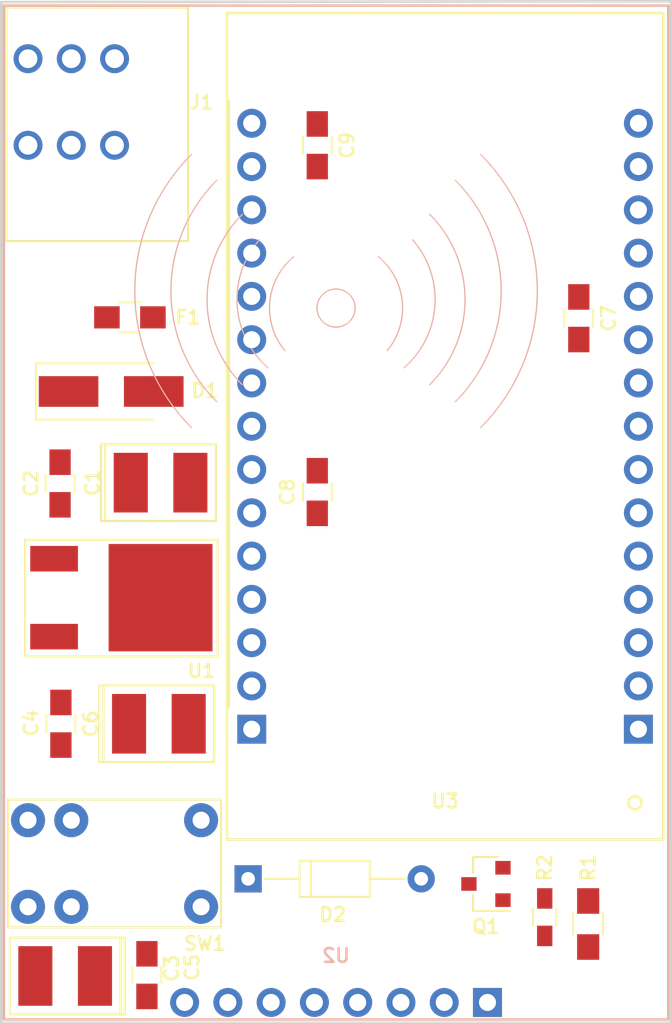
<source format=kicad_pcb>
(kicad_pcb (version 4) (host pcbnew 4.0.6)

  (general
    (links 51)
    (no_connects 51)
    (area 128.774999 74.924999 168.225001 135.025001)
    (thickness 1.6)
    (drawings 4)
    (tracks 0)
    (zones 0)
    (modules 20)
    (nets 34)
  )

  (page A4)
  (layers
    (0 F.Cu signal)
    (31 B.Cu signal)
    (32 B.Adhes user)
    (33 F.Adhes user)
    (34 B.Paste user)
    (35 F.Paste user)
    (36 B.SilkS user)
    (37 F.SilkS user)
    (38 B.Mask user)
    (39 F.Mask user)
    (40 Dwgs.User user)
    (41 Cmts.User user)
    (42 Eco1.User user)
    (43 Eco2.User user)
    (44 Edge.Cuts user)
    (45 Margin user)
    (46 B.CrtYd user)
    (47 F.CrtYd user)
    (48 B.Fab user)
    (49 F.Fab user hide)
  )

  (setup
    (last_trace_width 0.254)
    (user_trace_width 0.2032)
    (user_trace_width 0.254)
    (user_trace_width 0.381)
    (user_trace_width 0.508)
    (user_trace_width 7.62)
    (trace_clearance 0.2032)
    (zone_clearance 0.508)
    (zone_45_only no)
    (trace_min 0.2032)
    (segment_width 0.2)
    (edge_width 0.15)
    (via_size 0.6)
    (via_drill 0.4)
    (via_min_size 0.6)
    (via_min_drill 0.4)
    (uvia_size 0.3)
    (uvia_drill 0.1)
    (uvias_allowed no)
    (uvia_min_size 0.2)
    (uvia_min_drill 0.1)
    (pcb_text_width 0.3)
    (pcb_text_size 1.5 1.5)
    (mod_edge_width 0.15)
    (mod_text_size 0.8 0.8)
    (mod_text_width 0.15)
    (pad_size 1.524 1.524)
    (pad_drill 0.762)
    (pad_to_mask_clearance 0.2)
    (aux_axis_origin 0 0)
    (visible_elements 7FFFFFFF)
    (pcbplotparams
      (layerselection 0x00030_80000001)
      (usegerberextensions false)
      (excludeedgelayer true)
      (linewidth 0.100000)
      (plotframeref false)
      (viasonmask false)
      (mode 1)
      (useauxorigin false)
      (hpglpennumber 1)
      (hpglpenspeed 20)
      (hpglpendiameter 15)
      (hpglpenoverlay 2)
      (psnegative false)
      (psa4output false)
      (plotreference true)
      (plotvalue true)
      (plotinvisibletext false)
      (padsonsilk false)
      (subtractmaskfromsilk false)
      (outputformat 1)
      (mirror false)
      (drillshape 1)
      (scaleselection 1)
      (outputdirectory ""))
  )

  (net 0 "")
  (net 1 +12V)
  (net 2 GND)
  (net 3 +3V3)
  (net 4 "Net-(D1-Pad2)")
  (net 5 "Net-(D2-Pad2)")
  (net 6 "Net-(F1-Pad2)")
  (net 7 /relay)
  (net 8 "Net-(Q1-Pad1)")
  (net 9 /SDA)
  (net 10 /SCK)
  (net 11 /MOSI)
  (net 12 /MISO)
  (net 13 /RST)
  (net 14 /open/close)
  (net 15 "Net-(SW1-Pad1)")
  (net 16 "Net-(U2-Pad5)")
  (net 17 "Net-(U3-Pad28)")
  (net 18 "Net-(U3-Pad27)")
  (net 19 "Net-(U3-Pad20)")
  (net 20 "Net-(U3-Pad18)")
  (net 21 "Net-(U3-Pad16)")
  (net 22 "Net-(U3-Pad1)")
  (net 23 "Net-(U3-Pad2)")
  (net 24 "Net-(U3-Pad3)")
  (net 25 "Net-(U3-Pad4)")
  (net 26 "Net-(U3-Pad5)")
  (net 27 "Net-(U3-Pad6)")
  (net 28 "Net-(U3-Pad7)")
  (net 29 "Net-(U3-Pad8)")
  (net 30 "Net-(U3-Pad9)")
  (net 31 "Net-(U3-Pad12)")
  (net 32 "Net-(U3-Pad13)")
  (net 33 "Net-(U3-Pad15)")

  (net_class Default "To jest domyślna klasa połączeń."
    (clearance 0.2032)
    (trace_width 0.254)
    (via_dia 0.6)
    (via_drill 0.4)
    (uvia_dia 0.3)
    (uvia_drill 0.1)
    (add_net +12V)
    (add_net +3V3)
    (add_net /MISO)
    (add_net /MOSI)
    (add_net /RST)
    (add_net /SCK)
    (add_net /SDA)
    (add_net /open/close)
    (add_net /relay)
    (add_net GND)
    (add_net "Net-(D1-Pad2)")
    (add_net "Net-(D2-Pad2)")
    (add_net "Net-(F1-Pad2)")
    (add_net "Net-(Q1-Pad1)")
    (add_net "Net-(SW1-Pad1)")
    (add_net "Net-(U2-Pad5)")
    (add_net "Net-(U3-Pad1)")
    (add_net "Net-(U3-Pad12)")
    (add_net "Net-(U3-Pad13)")
    (add_net "Net-(U3-Pad15)")
    (add_net "Net-(U3-Pad16)")
    (add_net "Net-(U3-Pad18)")
    (add_net "Net-(U3-Pad2)")
    (add_net "Net-(U3-Pad20)")
    (add_net "Net-(U3-Pad27)")
    (add_net "Net-(U3-Pad28)")
    (add_net "Net-(U3-Pad3)")
    (add_net "Net-(U3-Pad4)")
    (add_net "Net-(U3-Pad5)")
    (add_net "Net-(U3-Pad6)")
    (add_net "Net-(U3-Pad7)")
    (add_net "Net-(U3-Pad8)")
    (add_net "Net-(U3-Pad9)")
  )

  (module MyRLC:C_1611 (layer F.Cu) (tedit 5A2078AC) (tstamp 5A43CA61)
    (at 138.2 103.25 90)
    (path /5A35361A)
    (fp_text reference C1 (at 0 -4 90) (layer F.SilkS)
      (effects (font (size 0.8 0.8) (thickness 0.15)))
    )
    (fp_text value 10uF/16V (at 0 4.75 90) (layer F.Fab)
      (effects (font (size 0.762 0.762) (thickness 0.127)))
    )
    (fp_line (start 2 -3) (end -2 -3) (layer F.CrtYd) (width 0.127))
    (fp_line (start 2 3) (end 2 -3) (layer F.CrtYd) (width 0.127))
    (fp_line (start -2 3) (end 2 3) (layer F.CrtYd) (width 0.127))
    (fp_line (start -2 -3) (end -2 3) (layer F.CrtYd) (width 0.127))
    (fp_line (start 2.25 -3.5) (end 2.25 -3.25) (layer F.SilkS) (width 0.127))
    (fp_line (start -2.25 -3.5) (end 2.25 -3.5) (layer F.SilkS) (width 0.127))
    (fp_line (start -2.25 -3.25) (end -2.25 -3.5) (layer F.SilkS) (width 0.127))
    (fp_line (start -2.25 3.25) (end -2.25 -3.25) (layer F.SilkS) (width 0.127))
    (fp_line (start 2.25 3.25) (end -2.25 3.25) (layer F.SilkS) (width 0.127))
    (fp_line (start 2.25 -3.25) (end 2.25 3.25) (layer F.SilkS) (width 0.127))
    (fp_line (start -2.25 -3.25) (end 2.25 -3.25) (layer F.SilkS) (width 0.127))
    (pad 1 smd rect (at 0 -1.75 90) (size 3.5 2) (layers F.Cu F.Paste F.Mask)
      (net 1 +12V))
    (pad 2 smd rect (at 0 1.75 90) (size 3.5 2) (layers F.Cu F.Paste F.Mask)
      (net 2 GND))
    (model My.3dshapes/C_1611.wrl
      (at (xyz 0 0 0))
      (scale (xyz 0.3937 0.3937 0.3937))
      (rotate (xyz 0 0 0))
    )
  )

  (module Capacitors_SMD:C_0805_HandSoldering (layer F.Cu) (tedit 58AA84A8) (tstamp 5A43CA67)
    (at 132.3 103.3 270)
    (descr "Capacitor SMD 0805, hand soldering")
    (tags "capacitor 0805")
    (path /5A3533CA)
    (attr smd)
    (fp_text reference C2 (at 0 1.7 270) (layer F.SilkS)
      (effects (font (size 0.8 0.8) (thickness 0.15)))
    )
    (fp_text value 100nF/50V (at 0 1.75 270) (layer F.Fab)
      (effects (font (size 1 1) (thickness 0.15)))
    )
    (fp_text user %R (at 3.2 -0.1 270) (layer F.Fab)
      (effects (font (size 1 1) (thickness 0.15)))
    )
    (fp_line (start -1 0.62) (end -1 -0.62) (layer F.Fab) (width 0.1))
    (fp_line (start 1 0.62) (end -1 0.62) (layer F.Fab) (width 0.1))
    (fp_line (start 1 -0.62) (end 1 0.62) (layer F.Fab) (width 0.1))
    (fp_line (start -1 -0.62) (end 1 -0.62) (layer F.Fab) (width 0.1))
    (fp_line (start 0.5 -0.85) (end -0.5 -0.85) (layer F.SilkS) (width 0.12))
    (fp_line (start -0.5 0.85) (end 0.5 0.85) (layer F.SilkS) (width 0.12))
    (fp_line (start -2.25 -0.88) (end 2.25 -0.88) (layer F.CrtYd) (width 0.05))
    (fp_line (start -2.25 -0.88) (end -2.25 0.87) (layer F.CrtYd) (width 0.05))
    (fp_line (start 2.25 0.87) (end 2.25 -0.88) (layer F.CrtYd) (width 0.05))
    (fp_line (start 2.25 0.87) (end -2.25 0.87) (layer F.CrtYd) (width 0.05))
    (pad 1 smd rect (at -1.25 0 270) (size 1.5 1.25) (layers F.Cu F.Paste F.Mask)
      (net 1 +12V))
    (pad 2 smd rect (at 1.25 0 270) (size 1.5 1.25) (layers F.Cu F.Paste F.Mask)
      (net 2 GND))
    (model Capacitors_SMD.3dshapes/C_0805.wrl
      (at (xyz 0 0 0))
      (scale (xyz 1 1 1))
      (rotate (xyz 0 0 0))
    )
  )

  (module MyRLC:C_1611 (layer F.Cu) (tedit 5A2078AC) (tstamp 5A43CA6D)
    (at 132.6 132.2 270)
    (path /5A41233B)
    (fp_text reference C3 (at -0.45 -6.25 270) (layer F.SilkS)
      (effects (font (size 0.8 0.8) (thickness 0.15)))
    )
    (fp_text value 10uF/16V (at 0 4.75 270) (layer F.Fab)
      (effects (font (size 0.762 0.762) (thickness 0.127)))
    )
    (fp_line (start 2 -3) (end -2 -3) (layer F.CrtYd) (width 0.127))
    (fp_line (start 2 3) (end 2 -3) (layer F.CrtYd) (width 0.127))
    (fp_line (start -2 3) (end 2 3) (layer F.CrtYd) (width 0.127))
    (fp_line (start -2 -3) (end -2 3) (layer F.CrtYd) (width 0.127))
    (fp_line (start 2.25 -3.5) (end 2.25 -3.25) (layer F.SilkS) (width 0.127))
    (fp_line (start -2.25 -3.5) (end 2.25 -3.5) (layer F.SilkS) (width 0.127))
    (fp_line (start -2.25 -3.25) (end -2.25 -3.5) (layer F.SilkS) (width 0.127))
    (fp_line (start -2.25 3.25) (end -2.25 -3.25) (layer F.SilkS) (width 0.127))
    (fp_line (start 2.25 3.25) (end -2.25 3.25) (layer F.SilkS) (width 0.127))
    (fp_line (start 2.25 -3.25) (end 2.25 3.25) (layer F.SilkS) (width 0.127))
    (fp_line (start -2.25 -3.25) (end 2.25 -3.25) (layer F.SilkS) (width 0.127))
    (pad 1 smd rect (at 0 -1.75 270) (size 3.5 2) (layers F.Cu F.Paste F.Mask)
      (net 3 +3V3))
    (pad 2 smd rect (at 0 1.75 270) (size 3.5 2) (layers F.Cu F.Paste F.Mask)
      (net 2 GND))
    (model My.3dshapes/C_1611.wrl
      (at (xyz 0 0 0))
      (scale (xyz 0.3937 0.3937 0.3937))
      (rotate (xyz 0 0 0))
    )
  )

  (module Capacitors_SMD:C_0805_HandSoldering (layer F.Cu) (tedit 58AA84A8) (tstamp 5A43CA73)
    (at 132.35 117.4 270)
    (descr "Capacitor SMD 0805, hand soldering")
    (tags "capacitor 0805")
    (path /5A353970)
    (attr smd)
    (fp_text reference C4 (at -0.05 1.75 270) (layer F.SilkS)
      (effects (font (size 0.8 0.8) (thickness 0.15)))
    )
    (fp_text value 100nF/50V (at 0 1.75 270) (layer F.Fab)
      (effects (font (size 1 1) (thickness 0.15)))
    )
    (fp_text user %R (at 0 -1.75 270) (layer F.Fab)
      (effects (font (size 1 1) (thickness 0.15)))
    )
    (fp_line (start -1 0.62) (end -1 -0.62) (layer F.Fab) (width 0.1))
    (fp_line (start 1 0.62) (end -1 0.62) (layer F.Fab) (width 0.1))
    (fp_line (start 1 -0.62) (end 1 0.62) (layer F.Fab) (width 0.1))
    (fp_line (start -1 -0.62) (end 1 -0.62) (layer F.Fab) (width 0.1))
    (fp_line (start 0.5 -0.85) (end -0.5 -0.85) (layer F.SilkS) (width 0.12))
    (fp_line (start -0.5 0.85) (end 0.5 0.85) (layer F.SilkS) (width 0.12))
    (fp_line (start -2.25 -0.88) (end 2.25 -0.88) (layer F.CrtYd) (width 0.05))
    (fp_line (start -2.25 -0.88) (end -2.25 0.87) (layer F.CrtYd) (width 0.05))
    (fp_line (start 2.25 0.87) (end 2.25 -0.88) (layer F.CrtYd) (width 0.05))
    (fp_line (start 2.25 0.87) (end -2.25 0.87) (layer F.CrtYd) (width 0.05))
    (pad 1 smd rect (at -1.25 0 270) (size 1.5 1.25) (layers F.Cu F.Paste F.Mask)
      (net 3 +3V3))
    (pad 2 smd rect (at 1.25 0 270) (size 1.5 1.25) (layers F.Cu F.Paste F.Mask)
      (net 2 GND))
    (model Capacitors_SMD.3dshapes/C_0805.wrl
      (at (xyz 0 0 0))
      (scale (xyz 1 1 1))
      (rotate (xyz 0 0 0))
    )
  )

  (module Capacitors_SMD:C_0805_HandSoldering (layer F.Cu) (tedit 58AA84A8) (tstamp 5A43CA79)
    (at 137.4 132.15 90)
    (descr "Capacitor SMD 0805, hand soldering")
    (tags "capacitor 0805")
    (path /5A4122E2)
    (attr smd)
    (fp_text reference C5 (at 0.45 2.65 90) (layer F.SilkS)
      (effects (font (size 0.8 0.8) (thickness 0.15)))
    )
    (fp_text value 100nF/50V (at 0 1.75 90) (layer F.Fab)
      (effects (font (size 1 1) (thickness 0.15)))
    )
    (fp_text user %R (at 0 -1.75 90) (layer F.Fab)
      (effects (font (size 1 1) (thickness 0.15)))
    )
    (fp_line (start -1 0.62) (end -1 -0.62) (layer F.Fab) (width 0.1))
    (fp_line (start 1 0.62) (end -1 0.62) (layer F.Fab) (width 0.1))
    (fp_line (start 1 -0.62) (end 1 0.62) (layer F.Fab) (width 0.1))
    (fp_line (start -1 -0.62) (end 1 -0.62) (layer F.Fab) (width 0.1))
    (fp_line (start 0.5 -0.85) (end -0.5 -0.85) (layer F.SilkS) (width 0.12))
    (fp_line (start -0.5 0.85) (end 0.5 0.85) (layer F.SilkS) (width 0.12))
    (fp_line (start -2.25 -0.88) (end 2.25 -0.88) (layer F.CrtYd) (width 0.05))
    (fp_line (start -2.25 -0.88) (end -2.25 0.87) (layer F.CrtYd) (width 0.05))
    (fp_line (start 2.25 0.87) (end 2.25 -0.88) (layer F.CrtYd) (width 0.05))
    (fp_line (start 2.25 0.87) (end -2.25 0.87) (layer F.CrtYd) (width 0.05))
    (pad 1 smd rect (at -1.25 0 90) (size 1.5 1.25) (layers F.Cu F.Paste F.Mask)
      (net 3 +3V3))
    (pad 2 smd rect (at 1.25 0 90) (size 1.5 1.25) (layers F.Cu F.Paste F.Mask)
      (net 2 GND))
    (model Capacitors_SMD.3dshapes/C_0805.wrl
      (at (xyz 0 0 0))
      (scale (xyz 1 1 1))
      (rotate (xyz 0 0 0))
    )
  )

  (module MyRLC:C_1611 (layer F.Cu) (tedit 5A2078AC) (tstamp 5A43CA7F)
    (at 138.1 117.4 90)
    (path /5A353CE7)
    (fp_text reference C6 (at 0 -4 90) (layer F.SilkS)
      (effects (font (size 0.8 0.8) (thickness 0.15)))
    )
    (fp_text value 10uF/16V (at 0 4.75 90) (layer F.Fab)
      (effects (font (size 0.762 0.762) (thickness 0.127)))
    )
    (fp_line (start 2 -3) (end -2 -3) (layer F.CrtYd) (width 0.127))
    (fp_line (start 2 3) (end 2 -3) (layer F.CrtYd) (width 0.127))
    (fp_line (start -2 3) (end 2 3) (layer F.CrtYd) (width 0.127))
    (fp_line (start -2 -3) (end -2 3) (layer F.CrtYd) (width 0.127))
    (fp_line (start 2.25 -3.5) (end 2.25 -3.25) (layer F.SilkS) (width 0.127))
    (fp_line (start -2.25 -3.5) (end 2.25 -3.5) (layer F.SilkS) (width 0.127))
    (fp_line (start -2.25 -3.25) (end -2.25 -3.5) (layer F.SilkS) (width 0.127))
    (fp_line (start -2.25 3.25) (end -2.25 -3.25) (layer F.SilkS) (width 0.127))
    (fp_line (start 2.25 3.25) (end -2.25 3.25) (layer F.SilkS) (width 0.127))
    (fp_line (start 2.25 -3.25) (end 2.25 3.25) (layer F.SilkS) (width 0.127))
    (fp_line (start -2.25 -3.25) (end 2.25 -3.25) (layer F.SilkS) (width 0.127))
    (pad 1 smd rect (at 0 -1.75 90) (size 3.5 2) (layers F.Cu F.Paste F.Mask)
      (net 3 +3V3))
    (pad 2 smd rect (at 0 1.75 90) (size 3.5 2) (layers F.Cu F.Paste F.Mask)
      (net 2 GND))
    (model My.3dshapes/C_1611.wrl
      (at (xyz 0 0 0))
      (scale (xyz 0.3937 0.3937 0.3937))
      (rotate (xyz 0 0 0))
    )
  )

  (module Capacitors_SMD:C_0805_HandSoldering (layer F.Cu) (tedit 58AA84A8) (tstamp 5A43CA85)
    (at 162.75 93.6 270)
    (descr "Capacitor SMD 0805, hand soldering")
    (tags "capacitor 0805")
    (path /5A414F7F)
    (attr smd)
    (fp_text reference C7 (at 0 -1.75 270) (layer F.SilkS)
      (effects (font (size 0.8 0.8) (thickness 0.15)))
    )
    (fp_text value 100nF/50V (at 0 1.75 270) (layer F.Fab)
      (effects (font (size 1 1) (thickness 0.15)))
    )
    (fp_text user %R (at 0 -1.75 270) (layer F.Fab)
      (effects (font (size 1 1) (thickness 0.15)))
    )
    (fp_line (start -1 0.62) (end -1 -0.62) (layer F.Fab) (width 0.1))
    (fp_line (start 1 0.62) (end -1 0.62) (layer F.Fab) (width 0.1))
    (fp_line (start 1 -0.62) (end 1 0.62) (layer F.Fab) (width 0.1))
    (fp_line (start -1 -0.62) (end 1 -0.62) (layer F.Fab) (width 0.1))
    (fp_line (start 0.5 -0.85) (end -0.5 -0.85) (layer F.SilkS) (width 0.12))
    (fp_line (start -0.5 0.85) (end 0.5 0.85) (layer F.SilkS) (width 0.12))
    (fp_line (start -2.25 -0.88) (end 2.25 -0.88) (layer F.CrtYd) (width 0.05))
    (fp_line (start -2.25 -0.88) (end -2.25 0.87) (layer F.CrtYd) (width 0.05))
    (fp_line (start 2.25 0.87) (end 2.25 -0.88) (layer F.CrtYd) (width 0.05))
    (fp_line (start 2.25 0.87) (end -2.25 0.87) (layer F.CrtYd) (width 0.05))
    (pad 1 smd rect (at -1.25 0 270) (size 1.5 1.25) (layers F.Cu F.Paste F.Mask)
      (net 3 +3V3))
    (pad 2 smd rect (at 1.25 0 270) (size 1.5 1.25) (layers F.Cu F.Paste F.Mask)
      (net 2 GND))
    (model Capacitors_SMD.3dshapes/C_0805.wrl
      (at (xyz 0 0 0))
      (scale (xyz 1 1 1))
      (rotate (xyz 0 0 0))
    )
  )

  (module Capacitors_SMD:C_0805_HandSoldering (layer F.Cu) (tedit 58AA84A8) (tstamp 5A43CA8B)
    (at 147.4 103.8 90)
    (descr "Capacitor SMD 0805, hand soldering")
    (tags "capacitor 0805")
    (path /5A414058)
    (attr smd)
    (fp_text reference C8 (at 0 -1.75 90) (layer F.SilkS)
      (effects (font (size 0.8 0.8) (thickness 0.15)))
    )
    (fp_text value 100nF/50V (at 0 1.75 90) (layer F.Fab)
      (effects (font (size 1 1) (thickness 0.15)))
    )
    (fp_text user %R (at 0 -1.75 90) (layer F.Fab)
      (effects (font (size 1 1) (thickness 0.15)))
    )
    (fp_line (start -1 0.62) (end -1 -0.62) (layer F.Fab) (width 0.1))
    (fp_line (start 1 0.62) (end -1 0.62) (layer F.Fab) (width 0.1))
    (fp_line (start 1 -0.62) (end 1 0.62) (layer F.Fab) (width 0.1))
    (fp_line (start -1 -0.62) (end 1 -0.62) (layer F.Fab) (width 0.1))
    (fp_line (start 0.5 -0.85) (end -0.5 -0.85) (layer F.SilkS) (width 0.12))
    (fp_line (start -0.5 0.85) (end 0.5 0.85) (layer F.SilkS) (width 0.12))
    (fp_line (start -2.25 -0.88) (end 2.25 -0.88) (layer F.CrtYd) (width 0.05))
    (fp_line (start -2.25 -0.88) (end -2.25 0.87) (layer F.CrtYd) (width 0.05))
    (fp_line (start 2.25 0.87) (end 2.25 -0.88) (layer F.CrtYd) (width 0.05))
    (fp_line (start 2.25 0.87) (end -2.25 0.87) (layer F.CrtYd) (width 0.05))
    (pad 1 smd rect (at -1.25 0 90) (size 1.5 1.25) (layers F.Cu F.Paste F.Mask)
      (net 3 +3V3))
    (pad 2 smd rect (at 1.25 0 90) (size 1.5 1.25) (layers F.Cu F.Paste F.Mask)
      (net 2 GND))
    (model Capacitors_SMD.3dshapes/C_0805.wrl
      (at (xyz 0 0 0))
      (scale (xyz 1 1 1))
      (rotate (xyz 0 0 0))
    )
  )

  (module Capacitors_SMD:C_0805_HandSoldering (layer F.Cu) (tedit 58AA84A8) (tstamp 5A43CA91)
    (at 147.4 83.45 270)
    (descr "Capacitor SMD 0805, hand soldering")
    (tags "capacitor 0805")
    (path /5A4140BC)
    (attr smd)
    (fp_text reference C9 (at 0 -1.75 270) (layer F.SilkS)
      (effects (font (size 0.8 0.8) (thickness 0.15)))
    )
    (fp_text value 100nF/50V (at 0 1.75 270) (layer F.Fab)
      (effects (font (size 1 1) (thickness 0.15)))
    )
    (fp_text user %R (at 0 -1.75 270) (layer F.Fab)
      (effects (font (size 1 1) (thickness 0.15)))
    )
    (fp_line (start -1 0.62) (end -1 -0.62) (layer F.Fab) (width 0.1))
    (fp_line (start 1 0.62) (end -1 0.62) (layer F.Fab) (width 0.1))
    (fp_line (start 1 -0.62) (end 1 0.62) (layer F.Fab) (width 0.1))
    (fp_line (start -1 -0.62) (end 1 -0.62) (layer F.Fab) (width 0.1))
    (fp_line (start 0.5 -0.85) (end -0.5 -0.85) (layer F.SilkS) (width 0.12))
    (fp_line (start -0.5 0.85) (end 0.5 0.85) (layer F.SilkS) (width 0.12))
    (fp_line (start -2.25 -0.88) (end 2.25 -0.88) (layer F.CrtYd) (width 0.05))
    (fp_line (start -2.25 -0.88) (end -2.25 0.87) (layer F.CrtYd) (width 0.05))
    (fp_line (start 2.25 0.87) (end 2.25 -0.88) (layer F.CrtYd) (width 0.05))
    (fp_line (start 2.25 0.87) (end -2.25 0.87) (layer F.CrtYd) (width 0.05))
    (pad 1 smd rect (at -1.25 0 270) (size 1.5 1.25) (layers F.Cu F.Paste F.Mask)
      (net 3 +3V3))
    (pad 2 smd rect (at 1.25 0 270) (size 1.5 1.25) (layers F.Cu F.Paste F.Mask)
      (net 2 GND))
    (model Capacitors_SMD.3dshapes/C_0805.wrl
      (at (xyz 0 0 0))
      (scale (xyz 1 1 1))
      (rotate (xyz 0 0 0))
    )
  )

  (module Diodes_THT:D_DO-35_SOD27_P10.16mm_Horizontal (layer F.Cu) (tedit 5921392E) (tstamp 5A43CA9D)
    (at 143.34 126.5)
    (descr "D, DO-35_SOD27 series, Axial, Horizontal, pin pitch=10.16mm, , length*diameter=4*2mm^2, , http://www.diodes.com/_files/packages/DO-35.pdf")
    (tags "D DO-35_SOD27 series Axial Horizontal pin pitch 10.16mm  length 4mm diameter 2mm")
    (path /5A240DF6)
    (fp_text reference D2 (at 4.96 2.1) (layer F.SilkS)
      (effects (font (size 0.8 0.8) (thickness 0.15)))
    )
    (fp_text value 1n4148 (at 5.08 2.06) (layer F.Fab)
      (effects (font (size 1 1) (thickness 0.15)))
    )
    (fp_text user %R (at 5.08 0) (layer F.Fab)
      (effects (font (size 1 1) (thickness 0.15)))
    )
    (fp_line (start 3.08 -1) (end 3.08 1) (layer F.Fab) (width 0.1))
    (fp_line (start 3.08 1) (end 7.08 1) (layer F.Fab) (width 0.1))
    (fp_line (start 7.08 1) (end 7.08 -1) (layer F.Fab) (width 0.1))
    (fp_line (start 7.08 -1) (end 3.08 -1) (layer F.Fab) (width 0.1))
    (fp_line (start 0 0) (end 3.08 0) (layer F.Fab) (width 0.1))
    (fp_line (start 10.16 0) (end 7.08 0) (layer F.Fab) (width 0.1))
    (fp_line (start 3.68 -1) (end 3.68 1) (layer F.Fab) (width 0.1))
    (fp_line (start 3.02 -1.06) (end 3.02 1.06) (layer F.SilkS) (width 0.12))
    (fp_line (start 3.02 1.06) (end 7.14 1.06) (layer F.SilkS) (width 0.12))
    (fp_line (start 7.14 1.06) (end 7.14 -1.06) (layer F.SilkS) (width 0.12))
    (fp_line (start 7.14 -1.06) (end 3.02 -1.06) (layer F.SilkS) (width 0.12))
    (fp_line (start 0.98 0) (end 3.02 0) (layer F.SilkS) (width 0.12))
    (fp_line (start 9.18 0) (end 7.14 0) (layer F.SilkS) (width 0.12))
    (fp_line (start 3.68 -1.06) (end 3.68 1.06) (layer F.SilkS) (width 0.12))
    (fp_line (start -1.05 -1.35) (end -1.05 1.35) (layer F.CrtYd) (width 0.05))
    (fp_line (start -1.05 1.35) (end 11.25 1.35) (layer F.CrtYd) (width 0.05))
    (fp_line (start 11.25 1.35) (end 11.25 -1.35) (layer F.CrtYd) (width 0.05))
    (fp_line (start 11.25 -1.35) (end -1.05 -1.35) (layer F.CrtYd) (width 0.05))
    (pad 1 thru_hole rect (at 0 0) (size 1.6 1.6) (drill 0.8) (layers *.Cu *.Mask)
      (net 1 +12V))
    (pad 2 thru_hole oval (at 10.16 0) (size 1.6 1.6) (drill 0.8) (layers *.Cu *.Mask)
      (net 5 "Net-(D2-Pad2)"))
    (model Diodes_ThroughHole.3dshapes/D_DO-35_SOD27_P10.16mm_Horizontal.wrl
      (at (xyz 0 0 0))
      (scale (xyz 0.3937 0.3937 0.3937))
      (rotate (xyz 0 0 0))
    )
  )

  (module Resistors_SMD:R_0805_HandSoldering (layer F.Cu) (tedit 58E0A804) (tstamp 5A43CAA3)
    (at 136.4 93.55 180)
    (descr "Resistor SMD 0805, hand soldering")
    (tags "resistor 0805")
    (path /5A207FFE)
    (attr smd)
    (fp_text reference F1 (at -3.4 0 180) (layer F.SilkS)
      (effects (font (size 0.8 0.8) (thickness 0.15)))
    )
    (fp_text value 2A (at 0 1.75 180) (layer F.Fab)
      (effects (font (size 1 1) (thickness 0.15)))
    )
    (fp_text user %R (at 0 0 180) (layer F.Fab)
      (effects (font (size 0.5 0.5) (thickness 0.075)))
    )
    (fp_line (start -1 0.62) (end -1 -0.62) (layer F.Fab) (width 0.1))
    (fp_line (start 1 0.62) (end -1 0.62) (layer F.Fab) (width 0.1))
    (fp_line (start 1 -0.62) (end 1 0.62) (layer F.Fab) (width 0.1))
    (fp_line (start -1 -0.62) (end 1 -0.62) (layer F.Fab) (width 0.1))
    (fp_line (start 0.6 0.88) (end -0.6 0.88) (layer F.SilkS) (width 0.12))
    (fp_line (start -0.6 -0.88) (end 0.6 -0.88) (layer F.SilkS) (width 0.12))
    (fp_line (start -2.35 -0.9) (end 2.35 -0.9) (layer F.CrtYd) (width 0.05))
    (fp_line (start -2.35 -0.9) (end -2.35 0.9) (layer F.CrtYd) (width 0.05))
    (fp_line (start 2.35 0.9) (end 2.35 -0.9) (layer F.CrtYd) (width 0.05))
    (fp_line (start 2.35 0.9) (end -2.35 0.9) (layer F.CrtYd) (width 0.05))
    (pad 1 smd rect (at -1.35 0 180) (size 1.5 1.3) (layers F.Cu F.Paste F.Mask)
      (net 4 "Net-(D1-Pad2)"))
    (pad 2 smd rect (at 1.35 0 180) (size 1.5 1.3) (layers F.Cu F.Paste F.Mask)
      (net 6 "Net-(F1-Pad2)"))
    (model ${KISYS3DMOD}/Resistors_SMD.3dshapes/R_0805.wrl
      (at (xyz 0 0 0))
      (scale (xyz 1 1 1))
      (rotate (xyz 0 0 0))
    )
  )

  (module MyConnectors:KF141R-2.54-3P (layer F.Cu) (tedit 5A2B11AA) (tstamp 5A43CAAD)
    (at 132.96 80.91)
    (path /5A2B11E3)
    (fp_text reference J1 (at 7.64 0.02) (layer F.SilkS)
      (effects (font (size 0.8 0.8) (thickness 0.15)))
    )
    (fp_text value CONN_01X03 (at -4.7 0 90) (layer F.Fab)
      (effects (font (size 0.762 0.762) (thickness 0.127)))
    )
    (fp_line (start 6.45 8.275) (end 6.95 8.275) (layer B.CrtYd) (width 0.1))
    (fp_line (start 6.45 8.275) (end 6.95 8.275) (layer F.CrtYd) (width 0.1))
    (fp_line (start 6.45 -5.65) (end 6.95 -5.65) (layer F.CrtYd) (width 0.1))
    (fp_line (start 6.45 -5.65) (end 6.95 -5.65) (layer B.CrtYd) (width 0.1))
    (fp_line (start 6.45 -5.65) (end 5.175 -5.65) (layer F.CrtYd) (width 0.1))
    (fp_line (start 6.95 8.275) (end 6.95 -5.65) (layer F.CrtYd) (width 0.1))
    (fp_line (start 5.2 8.275) (end 6.45 8.275) (layer F.CrtYd) (width 0.1))
    (fp_line (start 6.45 8.275) (end 5.2 8.275) (layer B.CrtYd) (width 0.1))
    (fp_line (start 6.95 -5.65) (end 6.95 8.275) (layer B.CrtYd) (width 0.1))
    (fp_line (start 5.2 -5.65) (end 6.45 -5.65) (layer B.CrtYd) (width 0.1))
    (fp_line (start 5.2 -5.65) (end -3.925 -5.65) (layer B.CrtYd) (width 0.1))
    (fp_line (start -3.925 8.275) (end 5.2 8.275) (layer B.CrtYd) (width 0.1))
    (fp_line (start -3.925 -5.65) (end -3.925 8.275) (layer B.CrtYd) (width 0.1))
    (fp_line (start 5.2 -5.65) (end -3.925 -5.65) (layer F.CrtYd) (width 0.1))
    (fp_line (start -3.925 8.275) (end 5.2 8.275) (layer F.CrtYd) (width 0.1))
    (fp_line (start -3.925 8.25) (end -3.925 8.275) (layer F.CrtYd) (width 0.1))
    (fp_line (start -3.925 -5.65) (end -3.925 8.25) (layer F.CrtYd) (width 0.1))
    (fp_line (start -3.81 -5.54) (end -3.81 8.16) (layer F.SilkS) (width 0.127))
    (fp_line (start -3.81 8.16) (end 6.85 8.16) (layer F.SilkS) (width 0.127))
    (fp_line (start -3.81 -5.54) (end 6.85 -5.54) (layer F.SilkS) (width 0.127))
    (fp_line (start 6.85 -5.54) (end 6.85 8.16) (layer F.SilkS) (width 0.127))
    (pad 1 thru_hole circle (at 2.54 2.54) (size 1.7 1.7) (drill 1.1) (layers *.Cu *.Mask)
      (net 7 /relay))
    (pad 2 thru_hole circle (at 0 2.54) (size 1.7 1.7) (drill 1.1) (layers *.Cu *.Mask)
      (net 6 "Net-(F1-Pad2)"))
    (pad 3 thru_hole circle (at -2.54 2.54) (size 1.7 1.7) (drill 1.1) (layers *.Cu *.Mask)
      (net 2 GND))
    (pad 2 thru_hole circle (at 0 -2.54) (size 1.7 1.7) (drill 1.1) (layers *.Cu *.Mask)
      (net 6 "Net-(F1-Pad2)"))
    (pad 1 thru_hole circle (at 2.54 -2.54) (size 1.7 1.7) (drill 1.1) (layers *.Cu *.Mask)
      (net 7 /relay))
    (pad 3 thru_hole circle (at -2.54 -2.54) (size 1.7 1.7) (drill 1.1) (layers *.Cu *.Mask)
      (net 2 GND))
    (model My.3dshapes/DG141R-3-2.54.wrl
      (at (xyz 0 0 0))
      (scale (xyz 0.3937 0.3937 0.3937))
      (rotate (xyz 0 0 0))
    )
  )

  (module TO_SOT_Packages_SMD:SOT-23 (layer F.Cu) (tedit 58CE4E7E) (tstamp 5A43CAB4)
    (at 157.3 126.8 180)
    (descr "SOT-23, Standard")
    (tags SOT-23)
    (path /5A2083FA)
    (attr smd)
    (fp_text reference Q1 (at 0 -2.5 180) (layer F.SilkS)
      (effects (font (size 0.8 0.8) (thickness 0.15)))
    )
    (fp_text value SI2300DS (at 0 2.5 180) (layer F.Fab)
      (effects (font (size 1 1) (thickness 0.15)))
    )
    (fp_text user %R (at 0 0 270) (layer F.Fab)
      (effects (font (size 0.5 0.5) (thickness 0.075)))
    )
    (fp_line (start -0.7 -0.95) (end -0.7 1.5) (layer F.Fab) (width 0.1))
    (fp_line (start -0.15 -1.52) (end 0.7 -1.52) (layer F.Fab) (width 0.1))
    (fp_line (start -0.7 -0.95) (end -0.15 -1.52) (layer F.Fab) (width 0.1))
    (fp_line (start 0.7 -1.52) (end 0.7 1.52) (layer F.Fab) (width 0.1))
    (fp_line (start -0.7 1.52) (end 0.7 1.52) (layer F.Fab) (width 0.1))
    (fp_line (start 0.76 1.58) (end 0.76 0.65) (layer F.SilkS) (width 0.12))
    (fp_line (start 0.76 -1.58) (end 0.76 -0.65) (layer F.SilkS) (width 0.12))
    (fp_line (start -1.7 -1.75) (end 1.7 -1.75) (layer F.CrtYd) (width 0.05))
    (fp_line (start 1.7 -1.75) (end 1.7 1.75) (layer F.CrtYd) (width 0.05))
    (fp_line (start 1.7 1.75) (end -1.7 1.75) (layer F.CrtYd) (width 0.05))
    (fp_line (start -1.7 1.75) (end -1.7 -1.75) (layer F.CrtYd) (width 0.05))
    (fp_line (start 0.76 -1.58) (end -1.4 -1.58) (layer F.SilkS) (width 0.12))
    (fp_line (start 0.76 1.58) (end -0.7 1.58) (layer F.SilkS) (width 0.12))
    (pad 1 smd rect (at -1 -0.95 180) (size 0.9 0.8) (layers F.Cu F.Paste F.Mask)
      (net 8 "Net-(Q1-Pad1)"))
    (pad 2 smd rect (at -1 0.95 180) (size 0.9 0.8) (layers F.Cu F.Paste F.Mask)
      (net 2 GND))
    (pad 3 smd rect (at 1 0 180) (size 0.9 0.8) (layers F.Cu F.Paste F.Mask)
      (net 5 "Net-(D2-Pad2)"))
    (model ${KISYS3DMOD}/TO_SOT_Packages_SMD.3dshapes/SOT-23.wrl
      (at (xyz 0 0 0))
      (scale (xyz 1 1 1))
      (rotate (xyz 0 0 90))
    )
  )

  (module Resistors_SMD:R_0805_HandSoldering (layer F.Cu) (tedit 58E0A804) (tstamp 5A43CABA)
    (at 163.3 129.15 270)
    (descr "Resistor SMD 0805, hand soldering")
    (tags "resistor 0805")
    (path /5A357523)
    (attr smd)
    (fp_text reference R1 (at -3.3 0 270) (layer F.SilkS)
      (effects (font (size 0.8 0.8) (thickness 0.15)))
    )
    (fp_text value 330K (at 0 1.75 270) (layer F.Fab)
      (effects (font (size 1 1) (thickness 0.15)))
    )
    (fp_text user %R (at 0 0 270) (layer F.Fab)
      (effects (font (size 0.5 0.5) (thickness 0.075)))
    )
    (fp_line (start -1 0.62) (end -1 -0.62) (layer F.Fab) (width 0.1))
    (fp_line (start 1 0.62) (end -1 0.62) (layer F.Fab) (width 0.1))
    (fp_line (start 1 -0.62) (end 1 0.62) (layer F.Fab) (width 0.1))
    (fp_line (start -1 -0.62) (end 1 -0.62) (layer F.Fab) (width 0.1))
    (fp_line (start 0.6 0.88) (end -0.6 0.88) (layer F.SilkS) (width 0.12))
    (fp_line (start -0.6 -0.88) (end 0.6 -0.88) (layer F.SilkS) (width 0.12))
    (fp_line (start -2.35 -0.9) (end 2.35 -0.9) (layer F.CrtYd) (width 0.05))
    (fp_line (start -2.35 -0.9) (end -2.35 0.9) (layer F.CrtYd) (width 0.05))
    (fp_line (start 2.35 0.9) (end 2.35 -0.9) (layer F.CrtYd) (width 0.05))
    (fp_line (start 2.35 0.9) (end -2.35 0.9) (layer F.CrtYd) (width 0.05))
    (pad 1 smd rect (at -1.35 0 270) (size 1.5 1.3) (layers F.Cu F.Paste F.Mask)
      (net 8 "Net-(Q1-Pad1)"))
    (pad 2 smd rect (at 1.35 0 270) (size 1.5 1.3) (layers F.Cu F.Paste F.Mask)
      (net 2 GND))
    (model ${KISYS3DMOD}/Resistors_SMD.3dshapes/R_0805.wrl
      (at (xyz 0 0 0))
      (scale (xyz 1 1 1))
      (rotate (xyz 0 0 0))
    )
  )

  (module Resistors_SMD:R_0603_HandSoldering (layer F.Cu) (tedit 58E0A804) (tstamp 5A43CAC0)
    (at 160.75 128.75 90)
    (descr "Resistor SMD 0603, hand soldering")
    (tags "resistor 0603")
    (path /5A35759F)
    (attr smd)
    (fp_text reference R2 (at 2.9 0 90) (layer F.SilkS)
      (effects (font (size 0.8 0.8) (thickness 0.15)))
    )
    (fp_text value 22R (at 0 1.55 90) (layer F.Fab)
      (effects (font (size 1 1) (thickness 0.15)))
    )
    (fp_text user %R (at 0 0 90) (layer F.Fab)
      (effects (font (size 0.4 0.4) (thickness 0.075)))
    )
    (fp_line (start -0.8 0.4) (end -0.8 -0.4) (layer F.Fab) (width 0.1))
    (fp_line (start 0.8 0.4) (end -0.8 0.4) (layer F.Fab) (width 0.1))
    (fp_line (start 0.8 -0.4) (end 0.8 0.4) (layer F.Fab) (width 0.1))
    (fp_line (start -0.8 -0.4) (end 0.8 -0.4) (layer F.Fab) (width 0.1))
    (fp_line (start 0.5 0.68) (end -0.5 0.68) (layer F.SilkS) (width 0.12))
    (fp_line (start -0.5 -0.68) (end 0.5 -0.68) (layer F.SilkS) (width 0.12))
    (fp_line (start -1.96 -0.7) (end 1.95 -0.7) (layer F.CrtYd) (width 0.05))
    (fp_line (start -1.96 -0.7) (end -1.96 0.7) (layer F.CrtYd) (width 0.05))
    (fp_line (start 1.95 0.7) (end 1.95 -0.7) (layer F.CrtYd) (width 0.05))
    (fp_line (start 1.95 0.7) (end -1.96 0.7) (layer F.CrtYd) (width 0.05))
    (pad 1 smd rect (at -1.1 0 90) (size 1.2 0.9) (layers F.Cu F.Paste F.Mask)
      (net 8 "Net-(Q1-Pad1)"))
    (pad 2 smd rect (at 1.1 0 90) (size 1.2 0.9) (layers F.Cu F.Paste F.Mask)
      (net 14 /open/close))
    (model ${KISYS3DMOD}/Resistors_SMD.3dshapes/R_0603.wrl
      (at (xyz 0 0 0))
      (scale (xyz 1 1 1))
      (rotate (xyz 0 0 0))
    )
  )

  (module MyRelays:TSC-1XXX (layer F.Cu) (tedit 5A119256) (tstamp 5A43CACA)
    (at 135.5 125.6 90)
    (path /5A11942C)
    (fp_text reference SW1 (at -4.7 5.3 360) (layer F.SilkS)
      (effects (font (size 0.8 0.8) (thickness 0.15)))
    )
    (fp_text value TSC_RELAY (at 0 6.9 90) (layer F.Fab)
      (effects (font (size 0.762 0.762) (thickness 0.127)))
    )
    (fp_line (start -3.8 6.35) (end 3.85 6.35) (layer F.CrtYd) (width 0.127))
    (fp_line (start 3.85 6.35) (end 3.85 -6.35) (layer F.CrtYd) (width 0.127))
    (fp_line (start -3.85 6.35) (end -3.85 -6.35) (layer B.CrtYd) (width 0.127))
    (fp_line (start 3.85 -6.35) (end -3.85 -6.35) (layer B.CrtYd) (width 0.127))
    (fp_line (start -3.8 6.35) (end -3.85 6.35) (layer F.CrtYd) (width 0.127))
    (fp_line (start -3.85 6.35) (end -3.85 -6.35) (layer F.CrtYd) (width 0.127))
    (fp_line (start -3.8 6.35) (end 3.85 6.35) (layer B.CrtYd) (width 0.127))
    (fp_line (start 3.85 6.35) (end 3.85 -6.35) (layer B.CrtYd) (width 0.127))
    (fp_line (start 3.85 -6.35) (end -3.85 -6.35) (layer F.CrtYd) (width 0.127))
    (fp_line (start -3.75 6.25) (end -3.75 -6.25) (layer F.SilkS) (width 0.127))
    (fp_line (start 3.75 -6.25) (end 3.75 6.25) (layer F.SilkS) (width 0.127))
    (fp_line (start -3.75 6.25) (end 3.75 6.25) (layer F.SilkS) (width 0.127))
    (fp_line (start -3.75 -6.25) (end 3.75 -6.25) (layer F.SilkS) (width 0.127))
    (fp_text user REF** (at 0 0 90) (layer F.Fab)
      (effects (font (size 0.762 0.762) (thickness 0.127)))
    )
    (pad 1 thru_hole circle (at -2.54 -5.08 90) (size 2 2) (drill 1) (layers *.Cu *.Mask)
      (net 15 "Net-(SW1-Pad1)"))
    (pad 2 thru_hole circle (at 2.54 -5.08 90) (size 2 2) (drill 1) (layers *.Cu *.Mask)
      (net 7 /relay))
    (pad 3 thru_hole circle (at -2.54 -2.54 90) (size 2 2) (drill 1) (layers *.Cu *.Mask)
      (net 1 +12V))
    (pad 4 thru_hole circle (at 2.54 -2.54 90) (size 2 2) (drill 1) (layers *.Cu *.Mask)
      (net 5 "Net-(D2-Pad2)"))
    (pad 5 thru_hole circle (at -2.54 5.08 90) (size 2 2) (drill 1) (layers *.Cu *.Mask)
      (net 2 GND))
    (pad 6 thru_hole circle (at 2.54 5.08 90) (size 2 2) (drill 1) (layers *.Cu *.Mask)
      (net 2 GND))
    (model My.3dshapes/TSC-112L3H.wrl
      (at (xyz 0 0 0))
      (scale (xyz 0.3937 0.3937 0.3937))
      (rotate (xyz 0 0 0))
    )
  )

  (module MyLDOs:DPAK (layer F.Cu) (tedit 5A11A670) (tstamp 5A43CAD1)
    (at 135.9 110 270)
    (path /5A11A970)
    (fp_text reference U1 (at 4.3 -4.7 360) (layer F.SilkS)
      (effects (font (size 0.8 0.8) (thickness 0.15)))
    )
    (fp_text value LDF33DT-TR (at 0 6.35 270) (layer F.Fab)
      (effects (font (size 0.762 0.762) (thickness 0.127)))
    )
    (fp_line (start -3.5 -5.75) (end -3.5 5.75) (layer F.CrtYd) (width 0.127))
    (fp_line (start -3.5 5.75) (end 3.55 5.75) (layer F.CrtYd) (width 0.127))
    (fp_line (start 3.55 5.75) (end 3.55 -5.75) (layer F.CrtYd) (width 0.127))
    (fp_line (start 3.55 -5.75) (end -3.5 -5.75) (layer F.CrtYd) (width 0.127))
    (fp_line (start -3.4 -5.5) (end -3.4 -5.65) (layer F.SilkS) (width 0.127))
    (fp_line (start -3.4 -5.5) (end -3.4 -5.45) (layer F.SilkS) (width 0.127))
    (fp_line (start 3.45 -5.5) (end 3.45 -5.65) (layer F.SilkS) (width 0.127))
    (fp_line (start 3.45 -5.65) (end -3.4 -5.65) (layer F.SilkS) (width 0.127))
    (fp_line (start -3.4 -5.5) (end -3.4 5.65) (layer F.SilkS) (width 0.127))
    (fp_line (start -3.4 5.65) (end 3.45 5.65) (layer F.SilkS) (width 0.127))
    (fp_line (start 3.45 5.65) (end 3.45 -5.5) (layer F.SilkS) (width 0.127))
    (fp_text user REF** (at 0.05 1.65 270) (layer F.Fab)
      (effects (font (size 0.762 0.762) (thickness 0.127)))
    )
    (pad 1 smd rect (at -2.286 3.95 270) (size 1.5 2.8) (layers F.Cu F.Paste F.Mask)
      (net 1 +12V))
    (pad 2 smd rect (at 0 -2.3 270) (size 6.3 6.1) (layers F.Cu F.Paste F.Mask)
      (net 2 GND))
    (pad 3 smd rect (at 2.286 3.95 270) (size 1.5 2.8) (layers F.Cu F.Paste F.Mask)
      (net 3 +3V3))
    (model My.3dshapes/DPAK_TO-252AA.wrl
      (at (xyz 0 0 0))
      (scale (xyz 0.3937 0.3937 0.3937))
      (rotate (xyz 0 0 0))
    )
  )

  (module DevKits:MRFCC522 locked (layer B.Cu) (tedit 5A108E45) (tstamp 5A43CADD)
    (at 148.5011 105.0036)
    (path /5A109184)
    (fp_text reference U2 (at 0 26) (layer B.SilkS)
      (effects (font (size 0.8 0.8) (thickness 0.15)) (justify mirror))
    )
    (fp_text value MFRC522 (at 0 -29.2) (layer B.Fab)
      (effects (font (size 0.762 0.762) (thickness 0.127)) (justify mirror))
    )
    (fp_circle (center 0 -12) (end 0.5 -13) (layer B.SilkS) (width 0.075))
    (fp_arc (start 0 -12) (end 3 -9.5) (angle -90) (layer B.SilkS) (width 0.075))
    (fp_arc (start 0 -12) (end -2.5 -15) (angle -90) (layer B.SilkS) (width 0.075))
    (fp_arc (start -0.5 -13) (end -8.5 -5) (angle 90) (layer B.SilkS) (width 0.075))
    (fp_arc (start -0.5 -13) (end -7 -6.5) (angle 90) (layer B.SilkS) (width 0.075))
    (fp_arc (start -0.5 -12.5) (end -5.5 -7.5) (angle 90) (layer B.SilkS) (width 0.075))
    (fp_arc (start -0.5 -12.5) (end -4 -8.5) (angle 90) (layer B.SilkS) (width 0.075))
    (fp_arc (start 0.5 -12.5) (end 4 -8.5) (angle -90) (layer B.SilkS) (width 0.075))
    (fp_arc (start 0.5 -12.5) (end 5.5 -7.5) (angle -90) (layer B.SilkS) (width 0.075))
    (fp_arc (start 0.5 -13) (end 7 -6.5) (angle -90) (layer B.SilkS) (width 0.075))
    (fp_arc (start 0.5 -13) (end 8.5 -5) (angle -90) (layer B.SilkS) (width 0.075))
    (fp_line (start -19.6 29.85) (end -19.6 -29.85) (layer B.CrtYd) (width 0.075))
    (fp_line (start -19.6 -29.85) (end 19.6 -29.85) (layer B.CrtYd) (width 0.075))
    (fp_line (start 19.6 -29.85) (end 19.55 29.85) (layer B.CrtYd) (width 0.075))
    (fp_line (start 19.55 29.85) (end -19.6 29.85) (layer B.CrtYd) (width 0.075))
    (fp_line (start -19.5 -29.75) (end 19.5 -29.75) (layer B.SilkS) (width 0.15))
    (fp_line (start -19.5 29.75) (end 19.5 29.75) (layer B.SilkS) (width 0.15))
    (fp_line (start -19.5 29.75) (end -19.5 -29.75) (layer B.SilkS) (width 0.15))
    (fp_line (start 19.5 29.75) (end 19.5 -29.75) (layer B.SilkS) (width 0.15))
    (fp_text user %R (at 0.1 0 270) (layer B.Fab)
      (effects (font (size 1 1) (thickness 0.15)) (justify mirror))
    )
    (pad 1 thru_hole rect (at 8.89 28.75 90) (size 1.7 1.7) (drill 1) (layers *.Cu *.Mask)
      (net 9 /SDA))
    (pad 2 thru_hole oval (at 6.35 28.75 90) (size 1.7 1.7) (drill 1) (layers *.Cu *.Mask)
      (net 10 /SCK))
    (pad 3 thru_hole oval (at 3.81 28.75 90) (size 1.7 1.7) (drill 1) (layers *.Cu *.Mask)
      (net 11 /MOSI))
    (pad 4 thru_hole oval (at 1.27 28.75 90) (size 1.7 1.7) (drill 1) (layers *.Cu *.Mask)
      (net 12 /MISO))
    (pad 5 thru_hole oval (at -1.27 28.75 90) (size 1.7 1.7) (drill 1) (layers *.Cu *.Mask)
      (net 16 "Net-(U2-Pad5)"))
    (pad 6 thru_hole oval (at -3.81 28.75 90) (size 1.7 1.7) (drill 1) (layers *.Cu *.Mask)
      (net 2 GND))
    (pad 7 thru_hole oval (at -6.35 28.75 90) (size 1.7 1.7) (drill 1) (layers *.Cu *.Mask)
      (net 13 /RST))
    (pad 8 thru_hole oval (at -8.89 28.75 90) (size 1.7 1.7) (drill 1) (layers *.Cu *.Mask)
      (net 3 +3V3))
    (model My.3dshapes/mfrc522.wrl
      (at (xyz -0.16 0 -2.3))
      (scale (xyz 0.3937 0.3937 0.3937))
      (rotate (xyz 0 0 0))
    )
  )

  (module DevKits:nodemcu1.0 locked (layer F.Cu) (tedit 5A0F745A) (tstamp 5A43CAFF)
    (at 154.9 99.94 180)
    (tags nodemcu)
    (path /5A0F7586)
    (fp_text reference U3 (at 0 -22 180) (layer F.SilkS)
      (effects (font (size 0.8 0.8) (thickness 0.15)))
    )
    (fp_text value "nodemcu-devkit-v1.0(ESP8266)" (at -0.15 23.4 180) (layer F.Fab)
      (effects (font (size 1 1) (thickness 0.15)))
    )
    (fp_line (start -12.95 -24.35) (end -12.95 24.4) (layer F.CrtYd) (width 0.15))
    (fp_line (start -12.95 24.4) (end 12.95 24.4) (layer F.CrtYd) (width 0.15))
    (fp_line (start 12.95 24.4) (end 12.95 -24.4) (layer F.CrtYd) (width 0.15))
    (fp_line (start 12.95 -24.4) (end -12.95 -24.4) (layer F.CrtYd) (width 0.15))
    (fp_circle (center -11.15 -22.1) (end -10.85 -21.85) (layer F.SilkS) (width 0.15))
    (fp_line (start -12.8 -24.25) (end 12.8 -24.25) (layer F.SilkS) (width 0.15))
    (fp_line (start 12.8 24.25) (end -12.8 24.25) (layer F.SilkS) (width 0.15))
    (fp_line (start -12.8 -24.25) (end -12.8 24.25) (layer F.SilkS) (width 0.15))
    (fp_line (start 12.8 -24.25) (end 12.8 24.25) (layer F.SilkS) (width 0.15))
    (fp_line (start 12.68 -16.51) (end 12.68 19.11) (layer F.SilkS) (width 0.12))
    (fp_line (start 10.08 -18.415) (end 10.715 -19.05) (layer B.CrtYd) (width 0.1))
    (fp_line (start 10.08 19.05) (end 10.08 -18.415) (layer B.CrtYd) (width 0.1))
    (fp_line (start 12.62 19.05) (end 10.08 19.05) (layer B.CrtYd) (width 0.1))
    (fp_line (start 12.62 -19.05) (end 12.62 19.05) (layer B.CrtYd) (width 0.1))
    (fp_line (start 10.715 -19.05) (end 12.62 -19.05) (layer B.CrtYd) (width 0.1))
    (fp_line (start -11.985 -19.05) (end -10.08 -19.05) (layer B.CrtYd) (width 0.1))
    (fp_line (start -10.08 -19.05) (end -10.08 19.05) (layer B.CrtYd) (width 0.1))
    (fp_line (start -10.08 19.05) (end -12.62 19.05) (layer B.CrtYd) (width 0.1))
    (fp_line (start -12.62 19.05) (end -12.62 -18.415) (layer B.CrtYd) (width 0.1))
    (fp_line (start -12.62 -18.415) (end -11.985 -19.05) (layer B.CrtYd) (width 0.1))
    (fp_text user %R (at 0 -0.5 270) (layer F.Fab)
      (effects (font (size 1 1) (thickness 0.15)))
    )
    (pad 30 thru_hole oval (at 11.35 17.78 180) (size 1.7 1.7) (drill 1) (layers *.Cu *.Mask)
      (net 3 +3V3))
    (pad 29 thru_hole oval (at 11.35 15.24 180) (size 1.7 1.7) (drill 1) (layers *.Cu *.Mask)
      (net 2 GND))
    (pad 28 thru_hole oval (at 11.35 12.7 180) (size 1.7 1.7) (drill 1) (layers *.Cu *.Mask)
      (net 17 "Net-(U3-Pad28)"))
    (pad 27 thru_hole oval (at 11.35 10.16 180) (size 1.7 1.7) (drill 1) (layers *.Cu *.Mask)
      (net 18 "Net-(U3-Pad27)"))
    (pad 26 thru_hole oval (at 11.35 7.62 180) (size 1.7 1.7) (drill 1) (layers *.Cu *.Mask)
      (net 9 /SDA))
    (pad 25 thru_hole oval (at 11.35 5.08 180) (size 1.7 1.7) (drill 1) (layers *.Cu *.Mask)
      (net 11 /MOSI))
    (pad 24 thru_hole oval (at 11.35 2.54 180) (size 1.7 1.7) (drill 1) (layers *.Cu *.Mask)
      (net 12 /MISO))
    (pad 23 thru_hole oval (at 11.35 0 180) (size 1.7 1.7) (drill 1) (layers *.Cu *.Mask)
      (net 10 /SCK))
    (pad 22 thru_hole oval (at 11.35 -2.54 180) (size 1.7 1.7) (drill 1) (layers *.Cu *.Mask)
      (net 2 GND))
    (pad 21 thru_hole oval (at 11.35 -5.08 180) (size 1.7 1.7) (drill 1) (layers *.Cu *.Mask)
      (net 3 +3V3))
    (pad 20 thru_hole oval (at 11.35 -7.62 180) (size 1.7 1.7) (drill 1) (layers *.Cu *.Mask)
      (net 19 "Net-(U3-Pad20)"))
    (pad 19 thru_hole oval (at 11.35 -10.16 180) (size 1.7 1.7) (drill 1) (layers *.Cu *.Mask)
      (net 13 /RST))
    (pad 18 thru_hole oval (at 11.35 -12.7 180) (size 1.7 1.7) (drill 1) (layers *.Cu *.Mask)
      (net 20 "Net-(U3-Pad18)"))
    (pad 17 thru_hole oval (at 11.35 -15.24 180) (size 1.7 1.7) (drill 1) (layers *.Cu *.Mask)
      (net 14 /open/close))
    (pad 16 thru_hole rect (at 11.35 -17.78 180) (size 1.7 1.7) (drill 1) (layers *.Cu *.Mask)
      (net 21 "Net-(U3-Pad16)"))
    (pad 1 thru_hole rect (at -11.35 -17.78 180) (size 1.7 1.7) (drill 1) (layers *.Cu *.Mask)
      (net 22 "Net-(U3-Pad1)"))
    (pad 2 thru_hole oval (at -11.35 -15.24 180) (size 1.7 1.7) (drill 1) (layers *.Cu *.Mask)
      (net 23 "Net-(U3-Pad2)"))
    (pad 3 thru_hole oval (at -11.35 -12.7 180) (size 1.7 1.7) (drill 1) (layers *.Cu *.Mask)
      (net 24 "Net-(U3-Pad3)"))
    (pad 4 thru_hole oval (at -11.35 -10.16 180) (size 1.7 1.7) (drill 1) (layers *.Cu *.Mask)
      (net 25 "Net-(U3-Pad4)"))
    (pad 5 thru_hole oval (at -11.35 -7.62 180) (size 1.7 1.7) (drill 1) (layers *.Cu *.Mask)
      (net 26 "Net-(U3-Pad5)"))
    (pad 6 thru_hole oval (at -11.35 -5.08 180) (size 1.7 1.7) (drill 1) (layers *.Cu *.Mask)
      (net 27 "Net-(U3-Pad6)"))
    (pad 7 thru_hole oval (at -11.35 -2.54 180) (size 1.7 1.7) (drill 1) (layers *.Cu *.Mask)
      (net 28 "Net-(U3-Pad7)"))
    (pad 8 thru_hole oval (at -11.35 0 180) (size 1.7 1.7) (drill 1) (layers *.Cu *.Mask)
      (net 29 "Net-(U3-Pad8)"))
    (pad 9 thru_hole oval (at -11.35 2.54 180) (size 1.7 1.7) (drill 1) (layers *.Cu *.Mask)
      (net 30 "Net-(U3-Pad9)"))
    (pad 10 thru_hole oval (at -11.35 5.08 180) (size 1.7 1.7) (drill 1) (layers *.Cu *.Mask)
      (net 2 GND))
    (pad 11 thru_hole oval (at -11.35 7.62 180) (size 1.7 1.7) (drill 1) (layers *.Cu *.Mask)
      (net 3 +3V3))
    (pad 12 thru_hole oval (at -11.35 10.16 180) (size 1.7 1.7) (drill 1) (layers *.Cu *.Mask)
      (net 31 "Net-(U3-Pad12)"))
    (pad 13 thru_hole oval (at -11.35 12.7 180) (size 1.7 1.7) (drill 1) (layers *.Cu *.Mask)
      (net 32 "Net-(U3-Pad13)"))
    (pad 14 thru_hole oval (at -11.35 15.24 180) (size 1.7 1.7) (drill 1) (layers *.Cu *.Mask)
      (net 2 GND))
    (pad 15 thru_hole oval (at -11.35 17.78 180) (size 1.7 1.7) (drill 1) (layers *.Cu *.Mask)
      (net 33 "Net-(U3-Pad15)"))
    (model My.3dshapes/nodemcu.wrl
      (at (xyz -0.495 -0.945 0.09))
      (scale (xyz 0.3937 0.3937 0.3937))
      (rotate (xyz 90 180 180))
    )
  )

  (module Diodes_SMD:D_SMA_Handsoldering (layer F.Cu) (tedit 5A453408) (tstamp 5A453477)
    (at 135.3 97.9)
    (descr "Diode SMA (DO-214AC) Handsoldering")
    (tags "Diode SMA (DO-214AC) Handsoldering")
    (path /5A3553EB)
    (attr smd)
    (fp_text reference D1 (at 5.5 -0.05) (layer F.SilkS)
      (effects (font (size 0.8 0.8) (thickness 0.15)))
    )
    (fp_text value SS34 (at 0 2.6) (layer F.Fab)
      (effects (font (size 1 1) (thickness 0.15)))
    )
    (fp_text user %R (at 0 -2.5) (layer F.Fab)
      (effects (font (size 1 1) (thickness 0.15)))
    )
    (fp_line (start -4.4 -1.65) (end -4.4 1.65) (layer F.SilkS) (width 0.12))
    (fp_line (start 2.3 1.5) (end -2.3 1.5) (layer F.Fab) (width 0.1))
    (fp_line (start -2.3 1.5) (end -2.3 -1.5) (layer F.Fab) (width 0.1))
    (fp_line (start 2.3 -1.5) (end 2.3 1.5) (layer F.Fab) (width 0.1))
    (fp_line (start 2.3 -1.5) (end -2.3 -1.5) (layer F.Fab) (width 0.1))
    (fp_line (start -4.5 -1.75) (end 4.5 -1.75) (layer F.CrtYd) (width 0.05))
    (fp_line (start 4.5 -1.75) (end 4.5 1.75) (layer F.CrtYd) (width 0.05))
    (fp_line (start 4.5 1.75) (end -4.5 1.75) (layer F.CrtYd) (width 0.05))
    (fp_line (start -4.5 1.75) (end -4.5 -1.75) (layer F.CrtYd) (width 0.05))
    (fp_line (start -0.64944 0.00102) (end -1.55114 0.00102) (layer F.Fab) (width 0.1))
    (fp_line (start 0.50118 0.00102) (end 1.4994 0.00102) (layer F.Fab) (width 0.1))
    (fp_line (start -0.64944 -0.79908) (end -0.64944 0.80112) (layer F.Fab) (width 0.1))
    (fp_line (start 0.50118 0.75032) (end 0.50118 -0.79908) (layer F.Fab) (width 0.1))
    (fp_line (start -0.64944 0.00102) (end 0.50118 0.75032) (layer F.Fab) (width 0.1))
    (fp_line (start -0.64944 0.00102) (end 0.50118 -0.79908) (layer F.Fab) (width 0.1))
    (fp_line (start -4.4 1.65) (end 2.5 1.65) (layer F.SilkS) (width 0.12))
    (fp_line (start -4.4 -1.65) (end 2.5 -1.65) (layer F.SilkS) (width 0.12))
    (pad 1 smd rect (at -2.5 0) (size 3.5 1.8) (layers F.Cu F.Paste F.Mask)
      (net 1 +12V))
    (pad 2 smd rect (at 2.5 0) (size 3.5 1.8) (layers F.Cu F.Paste F.Mask)
      (net 4 "Net-(D1-Pad2)"))
    (model Diodes_SMD.3dshapes/D_SMA_Handsoldering.wrl
      (at (xyz 0 0 0))
      (scale (xyz 0.3937 0.3937 0.3937))
      (rotate (xyz 0 0 0))
    )
  )

  (gr_line (start 168.15 75) (end 128.85 75.05) (layer Edge.Cuts) (width 0.15))
  (gr_line (start 168.15 134.95) (end 168.15 75.05) (layer Edge.Cuts) (width 0.15))
  (gr_line (start 128.85 134.95) (end 168.15 134.95) (layer Edge.Cuts) (width 0.15))
  (gr_line (start 128.85 75.05) (end 128.85 134.95) (layer Edge.Cuts) (width 0.15))

)

</source>
